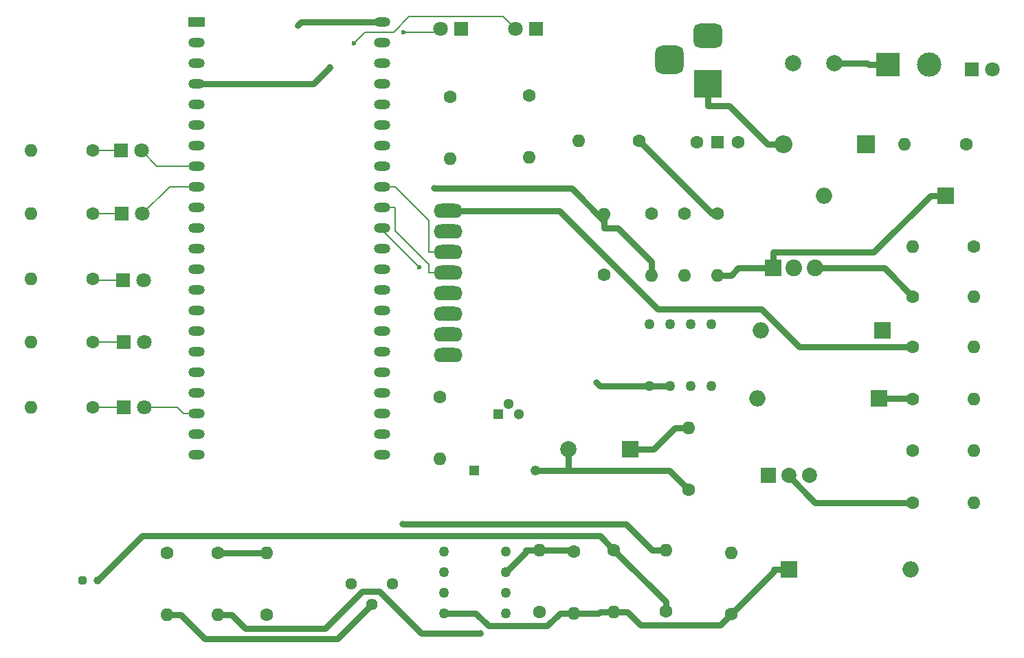
<source format=gbr>
%TF.GenerationSoftware,KiCad,Pcbnew,8.0.5*%
%TF.CreationDate,2024-12-14T11:54:29+02:00*%
%TF.ProjectId,embedded_system_project,656d6265-6464-4656-945f-73797374656d,rev?*%
%TF.SameCoordinates,Original*%
%TF.FileFunction,Copper,L1,Top*%
%TF.FilePolarity,Positive*%
%FSLAX46Y46*%
G04 Gerber Fmt 4.6, Leading zero omitted, Abs format (unit mm)*
G04 Created by KiCad (PCBNEW 8.0.5) date 2024-12-14 11:54:29*
%MOMM*%
%LPD*%
G01*
G04 APERTURE LIST*
G04 Aperture macros list*
%AMRoundRect*
0 Rectangle with rounded corners*
0 $1 Rounding radius*
0 $2 $3 $4 $5 $6 $7 $8 $9 X,Y pos of 4 corners*
0 Add a 4 corners polygon primitive as box body*
4,1,4,$2,$3,$4,$5,$6,$7,$8,$9,$2,$3,0*
0 Add four circle primitives for the rounded corners*
1,1,$1+$1,$2,$3*
1,1,$1+$1,$4,$5*
1,1,$1+$1,$6,$7*
1,1,$1+$1,$8,$9*
0 Add four rect primitives between the rounded corners*
20,1,$1+$1,$2,$3,$4,$5,0*
20,1,$1+$1,$4,$5,$6,$7,0*
20,1,$1+$1,$6,$7,$8,$9,0*
20,1,$1+$1,$8,$9,$2,$3,0*%
G04 Aperture macros list end*
%TA.AperFunction,ComponentPad*%
%ADD10C,1.600000*%
%TD*%
%TA.AperFunction,ComponentPad*%
%ADD11O,1.600000X1.600000*%
%TD*%
%TA.AperFunction,ComponentPad*%
%ADD12R,1.300000X1.300000*%
%TD*%
%TA.AperFunction,ComponentPad*%
%ADD13C,1.300000*%
%TD*%
%TA.AperFunction,ComponentPad*%
%ADD14R,1.800000X1.800000*%
%TD*%
%TA.AperFunction,ComponentPad*%
%ADD15C,1.800000*%
%TD*%
%TA.AperFunction,ComponentPad*%
%ADD16R,1.860000X1.860000*%
%TD*%
%TA.AperFunction,ComponentPad*%
%ADD17C,1.860000*%
%TD*%
%TA.AperFunction,ComponentPad*%
%ADD18C,1.270000*%
%TD*%
%TA.AperFunction,ComponentPad*%
%ADD19R,3.000000X3.000000*%
%TD*%
%TA.AperFunction,ComponentPad*%
%ADD20C,3.000000*%
%TD*%
%TA.AperFunction,ComponentPad*%
%ADD21C,2.000000*%
%TD*%
%TA.AperFunction,ComponentPad*%
%ADD22R,2.000000X2.000000*%
%TD*%
%TA.AperFunction,ComponentPad*%
%ADD23O,2.000000X2.000000*%
%TD*%
%TA.AperFunction,ComponentPad*%
%ADD24C,1.440000*%
%TD*%
%TA.AperFunction,ComponentPad*%
%ADD25R,2.055000X2.055000*%
%TD*%
%TA.AperFunction,ComponentPad*%
%ADD26C,2.055000*%
%TD*%
%TA.AperFunction,ComponentPad*%
%ADD27R,3.500000X3.500000*%
%TD*%
%TA.AperFunction,ComponentPad*%
%ADD28RoundRect,0.750000X-1.000000X0.750000X-1.000000X-0.750000X1.000000X-0.750000X1.000000X0.750000X0*%
%TD*%
%TA.AperFunction,ComponentPad*%
%ADD29RoundRect,0.875000X-0.875000X0.875000X-0.875000X-0.875000X0.875000X-0.875000X0.875000X0.875000X0*%
%TD*%
%TA.AperFunction,ComponentPad*%
%ADD30C,1.238000*%
%TD*%
%TA.AperFunction,ComponentPad*%
%ADD31R,1.238000X1.238000*%
%TD*%
%TA.AperFunction,ComponentPad*%
%ADD32O,3.556000X1.778000*%
%TD*%
%TA.AperFunction,ComponentPad*%
%ADD33R,2.200000X2.200000*%
%TD*%
%TA.AperFunction,ComponentPad*%
%ADD34O,2.200000X2.200000*%
%TD*%
%TA.AperFunction,ComponentPad*%
%ADD35RoundRect,0.250000X-0.250000X-0.250000X0.250000X-0.250000X0.250000X0.250000X-0.250000X0.250000X0*%
%TD*%
%TA.AperFunction,ComponentPad*%
%ADD36C,1.000000*%
%TD*%
%TA.AperFunction,ComponentPad*%
%ADD37R,2.000000X1.200000*%
%TD*%
%TA.AperFunction,ComponentPad*%
%ADD38O,2.000000X1.200000*%
%TD*%
%TA.AperFunction,ComponentPad*%
%ADD39R,1.500000X1.500000*%
%TD*%
%TA.AperFunction,ViaPad*%
%ADD40C,0.600000*%
%TD*%
%TA.AperFunction,ViaPad*%
%ADD41C,0.800000*%
%TD*%
%TA.AperFunction,Conductor*%
%ADD42C,0.800000*%
%TD*%
%TA.AperFunction,Conductor*%
%ADD43C,0.200000*%
%TD*%
G04 APERTURE END LIST*
D10*
%TO.P,R1,1*%
%TO.N,Net-(LED1-A)*%
X131000000Y-35000000D03*
D11*
%TO.P,R1,2*%
%TO.N,8V5*%
X123380000Y-35000000D03*
%TD*%
D12*
%TO.P,Q1,1,C*%
%TO.N,Net-(1N914-A)*%
X73330000Y-68270000D03*
D13*
%TO.P,Q1,2,B*%
%TO.N,Net-(Q1-B)*%
X74600000Y-67000000D03*
%TO.P,Q1,3,E*%
%TO.N,GND*%
X75870000Y-68270000D03*
%TD*%
D14*
%TO.P,100\u0025LED1,1,K*%
%TO.N,Net-(100\u0025LED1-K)*%
X27200000Y-67400000D03*
D15*
%TO.P,100\u0025LED1,2,A*%
%TO.N,100\u0025LED*%
X29740000Y-67400000D03*
%TD*%
D10*
%TO.P,R17,1*%
%TO.N,Net-(OPAMP2-Pad1)*%
X32550000Y-85390000D03*
D11*
%TO.P,R17,2*%
%TO.N,Net-(OPAMP2A--)*%
X32550000Y-93010000D03*
%TD*%
D10*
%TO.P,R12,1*%
%TO.N,BUZZER*%
X66200000Y-66200000D03*
D11*
%TO.P,R12,2*%
%TO.N,Net-(Q1-B)*%
X66200000Y-73820000D03*
%TD*%
D14*
%TO.P,60\u0025LED1,1,K*%
%TO.N,Net-(60\u0025LED1-K)*%
X27125000Y-51800000D03*
D15*
%TO.P,60\u0025LED1,2,A*%
%TO.N,60\u0025LED*%
X29665000Y-51800000D03*
%TD*%
D10*
%TO.P,C13,1*%
%TO.N,Net-(MK1-+)*%
X94000000Y-92550000D03*
D11*
%TO.P,C13,2*%
%TO.N,Net-(C13-Pad2)*%
X94000000Y-85050000D03*
%TD*%
D10*
%TO.P,R18,1*%
%TO.N,MIC_ADC*%
X38800000Y-85390000D03*
D11*
%TO.P,R18,2*%
%TO.N,Net-(OPAMP2-Pad1)*%
X38800000Y-93010000D03*
%TD*%
D16*
%TO.P,REG2,1,GND*%
%TO.N,GND*%
X106600000Y-75800000D03*
D17*
%TO.P,REG2,2,VO*%
%TO.N,3V3*%
X109140000Y-75800000D03*
%TO.P,REG2,3,VI*%
%TO.N,8V5*%
X111680000Y-75800000D03*
%TD*%
D14*
%TO.P,LED1,1,K*%
%TO.N,GND*%
X131725000Y-25800000D03*
D15*
%TO.P,LED1,2,A*%
%TO.N,Net-(LED1-A)*%
X134265000Y-25800000D03*
%TD*%
D18*
%TO.P,OPAMP2,1*%
%TO.N,Net-(OPAMP2-Pad1)*%
X74270000Y-92820000D03*
%TO.P,OPAMP2,2,-*%
%TO.N,Net-(OPAMP2A--)*%
X74270000Y-90280000D03*
%TO.P,OPAMP2,3,+*%
%TO.N,Net-(OPAMP2A-+)*%
X74270000Y-87740000D03*
%TO.P,OPAMP2,4*%
%TO.N,GND*%
X74270000Y-85200000D03*
%TO.P,OPAMP2,5*%
%TO.N,N/C*%
X66650000Y-85200000D03*
%TO.P,OPAMP2,6*%
X66650000Y-87740000D03*
%TO.P,OPAMP2,7*%
X66650000Y-90280000D03*
%TO.P,OPAMP2,8*%
%TO.N,5V*%
X66650000Y-92820000D03*
%TD*%
D10*
%TO.P,C12,1*%
%TO.N,5V*%
X102060000Y-92910000D03*
D11*
%TO.P,C12,2*%
%TO.N,Net-(1N914-A)*%
X102060000Y-85410000D03*
%TD*%
D10*
%TO.P,R14,1*%
%TO.N,Net-(1N914-A)*%
X96800000Y-77620000D03*
D11*
%TO.P,R14,2*%
%TO.N,5V*%
X96800000Y-70000000D03*
%TD*%
D10*
%TO.P,C9,1*%
%TO.N,3V3*%
X124450000Y-79200000D03*
D11*
%TO.P,C9,2*%
%TO.N,GND*%
X131950000Y-79200000D03*
%TD*%
D19*
%TO.P,BATTERY1,1,Pin_1*%
%TO.N,Net-(BATTERY1-Pin_1)*%
X121400000Y-25200000D03*
D20*
%TO.P,BATTERY1,2,Pin_2*%
%TO.N,GND*%
X126480000Y-25200000D03*
%TD*%
D21*
%TO.P,F1,1*%
%TO.N,Net-(BATTERY1-Pin_1)*%
X114740000Y-25000000D03*
%TO.P,F1,2*%
%TO.N,Net-(SWITCH1-B)*%
X109660000Y-25000000D03*
%TD*%
D22*
%TO.P,C3,1*%
%TO.N,5V*%
X120700000Y-57957500D03*
D23*
%TO.P,C3,2*%
%TO.N,GND*%
X105700000Y-57957500D03*
%TD*%
D14*
%TO.P,DEBUG_LED2,1,K*%
%TO.N,Net-(DEBUG_LED2-K)*%
X78000000Y-20810000D03*
D15*
%TO.P,DEBUG_LED2,2,A*%
%TO.N,DEBUG_LED2*%
X75460000Y-20810000D03*
%TD*%
D22*
%TO.P,C14,1*%
%TO.N,5V*%
X109200000Y-87400000D03*
D23*
%TO.P,C14,2*%
%TO.N,GND*%
X124200000Y-87400000D03*
%TD*%
D10*
%TO.P,C7,1*%
%TO.N,3V3*%
X124450000Y-66400000D03*
D11*
%TO.P,C7,2*%
%TO.N,GND*%
X131950000Y-66400000D03*
%TD*%
D24*
%TO.P,POTENTIOMETER1,1*%
%TO.N,Net-(C13-Pad2)*%
X55260000Y-89215000D03*
%TO.P,POTENTIOMETER1,2*%
%TO.N,Net-(OPAMP2A--)*%
X57800000Y-91755000D03*
%TO.P,POTENTIOMETER1,3*%
%TO.N,GND*%
X60340000Y-89215000D03*
%TD*%
D25*
%TO.P,REG1,1,IN*%
%TO.N,8V5*%
X107250000Y-50262500D03*
D26*
%TO.P,REG1,2,GND*%
%TO.N,GND*%
X109800000Y-50262500D03*
%TO.P,REG1,3,OUT*%
%TO.N,5V*%
X112350000Y-50262500D03*
%TD*%
D22*
%TO.P,BUZZER1,1,+*%
%TO.N,5V*%
X89600000Y-72600000D03*
D21*
%TO.P,BUZZER1,2,-*%
%TO.N,Net-(1N914-A)*%
X82000000Y-72600000D03*
%TD*%
D27*
%TO.P,PWR_IN1,1*%
%TO.N,Net-(D1-A)*%
X99157500Y-27600000D03*
D28*
%TO.P,PWR_IN1,2*%
%TO.N,GND*%
X99157500Y-21600000D03*
D29*
%TO.P,PWR_IN1,3*%
%TO.N,unconnected-(PWR_IN1-Pad3)*%
X94457500Y-24600000D03*
%TD*%
D10*
%TO.P,C8,1*%
%TO.N,3V3*%
X124450000Y-72800000D03*
D11*
%TO.P,C8,2*%
%TO.N,GND*%
X131950000Y-72800000D03*
%TD*%
D10*
%TO.P,C2,1*%
%TO.N,8V5*%
X131950000Y-47600000D03*
D11*
%TO.P,C2,2*%
%TO.N,GND*%
X124450000Y-47600000D03*
%TD*%
D14*
%TO.P,80\u0025LED1,1,K*%
%TO.N,Net-(80\u0025LED1-K)*%
X27200000Y-59400000D03*
D15*
%TO.P,80\u0025LED1,2,A*%
%TO.N,80\u0025LED*%
X29740000Y-59400000D03*
%TD*%
D10*
%TO.P,R4,1*%
%TO.N,Net-(OPAMP1A--)*%
X92230000Y-43550000D03*
D11*
%TO.P,R4,2*%
%TO.N,BattSignal*%
X92230000Y-51170000D03*
%TD*%
D30*
%TO.P,1N914,A*%
%TO.N,Net-(1N914-A)*%
X77948500Y-75270000D03*
D31*
%TO.P,1N914,K*%
%TO.N,5V*%
X70411500Y-75270000D03*
%TD*%
D10*
%TO.P,R6,1*%
%TO.N,Net-(DEBUG_LED2-K)*%
X77200000Y-28990000D03*
D11*
%TO.P,R6,2*%
%TO.N,GND*%
X77200000Y-36610000D03*
%TD*%
D10*
%TO.P,R19,1*%
%TO.N,GND*%
X44800000Y-93010000D03*
D11*
%TO.P,R19,2*%
%TO.N,MIC_ADC*%
X44800000Y-85390000D03*
%TD*%
D10*
%TO.P,R13,1*%
%TO.N,Net-(MK1-+)*%
X87600000Y-85040000D03*
D11*
%TO.P,R13,2*%
%TO.N,5V*%
X87600000Y-92660000D03*
%TD*%
D10*
%TO.P,R16,1*%
%TO.N,Net-(OPAMP2A-+)*%
X82650000Y-85190000D03*
D11*
%TO.P,R16,2*%
%TO.N,5V*%
X82650000Y-92810000D03*
%TD*%
D10*
%TO.P,R8,1*%
%TO.N,Net-(80\u0025LED1-K)*%
X23410000Y-59400000D03*
D11*
%TO.P,R8,2*%
%TO.N,GND*%
X15790000Y-59400000D03*
%TD*%
D10*
%TO.P,R9,1*%
%TO.N,Net-(60\u0025LED1-K)*%
X23400000Y-51600000D03*
D11*
%TO.P,R9,2*%
%TO.N,GND*%
X15780000Y-51600000D03*
%TD*%
D10*
%TO.P,R2,1*%
%TO.N,Net-(OPAMP1A-+)*%
X100330000Y-43550000D03*
D11*
%TO.P,R2,2*%
%TO.N,8V5*%
X100330000Y-51170000D03*
%TD*%
D10*
%TO.P,C5,1*%
%TO.N,3V3*%
X124450000Y-60000000D03*
D11*
%TO.P,C5,2*%
%TO.N,GND*%
X131950000Y-60000000D03*
%TD*%
D10*
%TO.P,R10,1*%
%TO.N,Net-(40\u0025LED1-K)*%
X23410000Y-43600000D03*
D11*
%TO.P,R10,2*%
%TO.N,GND*%
X15790000Y-43600000D03*
%TD*%
D10*
%TO.P,R7,1*%
%TO.N,Net-(100\u0025LED1-K)*%
X23400000Y-67400000D03*
D11*
%TO.P,R7,2*%
%TO.N,GND*%
X15780000Y-67400000D03*
%TD*%
D32*
%TO.P,GYRO1,ADO,ADO*%
%TO.N,GND*%
X67202500Y-58467500D03*
%TO.P,GYRO1,GND,GND*%
X67202500Y-45767500D03*
%TO.P,GYRO1,INT,INT*%
%TO.N,MPU_INT*%
X67202500Y-61007500D03*
%TO.P,GYRO1,SCL,SCL*%
%TO.N,MPU_SCL*%
X67202500Y-48307500D03*
%TO.P,GYRO1,SDA,SDA*%
%TO.N,MPU_SDA*%
X67202500Y-50847500D03*
%TO.P,GYRO1,VCC,VCC*%
%TO.N,3V3*%
X67202500Y-43227500D03*
%TO.P,GYRO1,XCL,XCL*%
%TO.N,GND*%
X67202500Y-55927500D03*
%TO.P,GYRO1,XDA,XDA*%
X67202500Y-53387500D03*
%TD*%
D33*
%TO.P,D1,1,K*%
%TO.N,Net-(BATTERY1-Pin_1)*%
X118680000Y-35000000D03*
D34*
%TO.P,D1,2,A*%
%TO.N,Net-(D1-A)*%
X108520000Y-35000000D03*
%TD*%
D35*
%TO.P,MK1,1,-*%
%TO.N,GND*%
X22092500Y-88815000D03*
D36*
%TO.P,MK1,2,+*%
%TO.N,Net-(MK1-+)*%
X23992500Y-88815000D03*
%TD*%
D37*
%TO.P,MCU1,1,3V3*%
%TO.N,3V3*%
X36170000Y-19907900D03*
D38*
%TO.P,MCU1,2,3V3*%
X36170000Y-22447900D03*
%TO.P,MCU1,3,CHIP_PU*%
%TO.N,unconnected-(MCU1-CHIP_PU-Pad3)*%
X36170000Y-24987900D03*
%TO.P,MCU1,4,GPIO4/ADC1_CH3*%
%TO.N,BattSignal*%
X36170000Y-27527900D03*
%TO.P,MCU1,5,GPIO5/ADC1_CH4*%
%TO.N,unconnected-(MCU1-GPIO5{slash}ADC1_CH4-Pad5)*%
X36170000Y-30067900D03*
%TO.P,MCU1,6,GPIO6/ADC1_CH5*%
%TO.N,unconnected-(MCU1-GPIO6{slash}ADC1_CH5-Pad6)*%
X36170000Y-32607900D03*
%TO.P,MCU1,7,GPIO7/ADC1_CH6*%
%TO.N,unconnected-(MCU1-GPIO7{slash}ADC1_CH6-Pad7)*%
X36170000Y-35147900D03*
%TO.P,MCU1,8,GPIO15/ADC2_CH4/32K_P*%
%TO.N,20\u0025LED*%
X36170000Y-37687900D03*
%TO.P,MCU1,9,GPIO16/ADC2_CH5/32K_N*%
%TO.N,40\u0025LED*%
X36170000Y-40227900D03*
%TO.P,MCU1,10,GPIO17/ADC2_CH6*%
%TO.N,60\u0025LED*%
X36170000Y-42767900D03*
%TO.P,MCU1,11,GPIO18/ADC2_CH7*%
%TO.N,80\u0025LED*%
X36170000Y-45307900D03*
%TO.P,MCU1,12,GPIO8/ADC1_CH7*%
%TO.N,unconnected-(MCU1-GPIO8{slash}ADC1_CH7-Pad12)*%
X36170000Y-47847900D03*
%TO.P,MCU1,13,GPIO3/ADC1_CH2*%
%TO.N,unconnected-(MCU1-GPIO3{slash}ADC1_CH2-Pad13)*%
X36170000Y-50387900D03*
%TO.P,MCU1,14,GPIO46*%
%TO.N,unconnected-(MCU1-GPIO46-Pad14)*%
X36170000Y-52927900D03*
%TO.P,MCU1,15,GPIO9/ADC1_CH8*%
%TO.N,MIC_ADC*%
X36170000Y-55467900D03*
%TO.P,MCU1,16,GPIO10/ADC1_CH9*%
%TO.N,unconnected-(MCU1-GPIO10{slash}ADC1_CH9-Pad16)*%
X36170000Y-58007900D03*
%TO.P,MCU1,17,GPIO11/ADC2_CH0*%
%TO.N,unconnected-(MCU1-GPIO11{slash}ADC2_CH0-Pad17)*%
X36170000Y-60547900D03*
%TO.P,MCU1,18,GPIO12/ADC2_CH1*%
%TO.N,unconnected-(MCU1-GPIO12{slash}ADC2_CH1-Pad18)*%
X36170000Y-63087900D03*
%TO.P,MCU1,19,GPIO13/ADC2_CH2*%
%TO.N,unconnected-(MCU1-GPIO13{slash}ADC2_CH2-Pad19)*%
X36170000Y-65627900D03*
%TO.P,MCU1,20,GPIO14/ADC2_CH3*%
%TO.N,100\u0025LED*%
X36166320Y-68165180D03*
%TO.P,MCU1,21,5V*%
%TO.N,unconnected-(MCU1-5V-Pad21)*%
X36166320Y-70705180D03*
%TO.P,MCU1,22,GND*%
%TO.N,GND*%
X36166320Y-73245180D03*
%TO.P,MCU1,23,GND*%
X59030000Y-73247900D03*
%TO.P,MCU1,24,GND*%
X59030000Y-70707900D03*
%TO.P,MCU1,25,GPIO19/USB_D-*%
%TO.N,unconnected-(MCU1-GPIO19{slash}USB_D--Pad25)*%
X59030000Y-68167900D03*
%TO.P,MCU1,26,GPIO20/USB_D+*%
%TO.N,unconnected-(MCU1-GPIO20{slash}USB_D+-Pad26)*%
X59030000Y-65627900D03*
%TO.P,MCU1,27,GPIO21*%
%TO.N,unconnected-(MCU1-GPIO21-Pad27)*%
X59030000Y-63087900D03*
%TO.P,MCU1,28,GPIO47*%
%TO.N,unconnected-(MCU1-GPIO47-Pad28)*%
X59030000Y-60547900D03*
%TO.P,MCU1,29,GPIO48*%
%TO.N,unconnected-(MCU1-GPIO48-Pad29)*%
X59030000Y-58007900D03*
%TO.P,MCU1,30,GPIO45*%
%TO.N,unconnected-(MCU1-GPIO45-Pad30)*%
X59030000Y-55467900D03*
%TO.P,MCU1,31,GPIO0*%
%TO.N,unconnected-(MCU1-GPIO0-Pad31)*%
X59030000Y-52927900D03*
%TO.P,MCU1,32,GPIO35*%
%TO.N,DEBUG_LED2*%
X59030000Y-50387900D03*
%TO.P,MCU1,33,GPIO36*%
%TO.N,DEBUG_LED1*%
X59030000Y-47847900D03*
%TO.P,MCU1,34,GPIO37*%
%TO.N,MPU_INT*%
X59030000Y-45307900D03*
%TO.P,MCU1,35,GPIO38*%
%TO.N,MPU_SDA*%
X59030000Y-42767900D03*
%TO.P,MCU1,36,GPIO39/MTCK*%
%TO.N,MPU_SCL*%
X59030000Y-40227900D03*
%TO.P,MCU1,37,GPIO40/MTDO*%
%TO.N,BUZZER*%
X59030000Y-37687900D03*
%TO.P,MCU1,38,GPIO41/MTDI*%
%TO.N,unconnected-(MCU1-GPIO41{slash}MTDI-Pad38)*%
X59030000Y-35147900D03*
%TO.P,MCU1,39,GPIO42/MTMS*%
%TO.N,unconnected-(MCU1-GPIO42{slash}MTMS-Pad39)*%
X59030000Y-32607900D03*
%TO.P,MCU1,40,GPIO2/ADC1_CH1*%
%TO.N,unconnected-(MCU1-GPIO2{slash}ADC1_CH1-Pad40)*%
X59030000Y-30067900D03*
%TO.P,MCU1,41,GPIO1/ADC1_CH0*%
%TO.N,unconnected-(MCU1-GPIO1{slash}ADC1_CH0-Pad41)*%
X59030000Y-27527900D03*
%TO.P,MCU1,42,GPIO44/U0RXD*%
%TO.N,unconnected-(MCU1-GPIO44{slash}U0RXD-Pad42)*%
X59030000Y-24987900D03*
%TO.P,MCU1,43,GPIO43/U0TXD*%
%TO.N,unconnected-(MCU1-GPIO43{slash}U0TXD-Pad43)*%
X59030000Y-22447900D03*
%TO.P,MCU1,44,GND*%
%TO.N,GND*%
X59030000Y-19907900D03*
%TD*%
D10*
%TO.P,C4,1*%
%TO.N,5V*%
X124450000Y-53800000D03*
D11*
%TO.P,C4,2*%
%TO.N,GND*%
X131950000Y-53800000D03*
%TD*%
D39*
%TO.P,SWITCH1,1,C*%
%TO.N,unconnected-(SWITCH1-C-Pad1)*%
X100340000Y-34800000D03*
D10*
%TO.P,SWITCH1,2,B*%
%TO.N,Net-(SWITCH1-B)*%
X102880000Y-34800000D03*
%TO.P,SWITCH1,3,A*%
%TO.N,8V5*%
X97800000Y-34800000D03*
%TD*%
D14*
%TO.P,DEBUG_LED1,1,K*%
%TO.N,Net-(DEBUG_LED1-K)*%
X68800000Y-20800000D03*
D15*
%TO.P,DEBUG_LED1,2,A*%
%TO.N,DEBUG_LED1*%
X66260000Y-20800000D03*
%TD*%
D22*
%TO.P,C1,1*%
%TO.N,8V5*%
X128500000Y-41357500D03*
D23*
%TO.P,C1,2*%
%TO.N,GND*%
X113500000Y-41357500D03*
%TD*%
D10*
%TO.P,R5,1*%
%TO.N,Net-(DEBUG_LED1-K)*%
X67460000Y-29180000D03*
D11*
%TO.P,R5,2*%
%TO.N,GND*%
X67460000Y-36800000D03*
%TD*%
D22*
%TO.P,C6,1*%
%TO.N,3V3*%
X120300000Y-66357500D03*
D23*
%TO.P,C6,2*%
%TO.N,GND*%
X105300000Y-66357500D03*
%TD*%
D10*
%TO.P,C10,1*%
%TO.N,Net-(OPAMP1A-+)*%
X90750000Y-34620000D03*
D11*
%TO.P,C10,2*%
%TO.N,GND*%
X83250000Y-34620000D03*
%TD*%
D14*
%TO.P,20\u0025LED1,1,K*%
%TO.N,Net-(20\u0025LED1-K)*%
X26860000Y-35800000D03*
D15*
%TO.P,20\u0025LED1,2,A*%
%TO.N,20\u0025LED*%
X29400000Y-35800000D03*
%TD*%
D10*
%TO.P,R15,1*%
%TO.N,GND*%
X78400000Y-92660000D03*
D11*
%TO.P,R15,2*%
%TO.N,Net-(OPAMP2A-+)*%
X78400000Y-85040000D03*
%TD*%
D10*
%TO.P,C11,1*%
%TO.N,GND*%
X86400000Y-51120000D03*
D11*
%TO.P,C11,2*%
%TO.N,BattSignal*%
X86400000Y-43620000D03*
%TD*%
D10*
%TO.P,R11,1*%
%TO.N,Net-(20\u0025LED1-K)*%
X23400000Y-35800000D03*
D11*
%TO.P,R11,2*%
%TO.N,GND*%
X15780000Y-35800000D03*
%TD*%
D18*
%TO.P,OPAMP1,1*%
%TO.N,Net-(OPAMP1A--)*%
X91980000Y-64820000D03*
%TO.P,OPAMP1,2,-*%
X94520000Y-64820000D03*
%TO.P,OPAMP1,3,+*%
%TO.N,Net-(OPAMP1A-+)*%
X97060000Y-64820000D03*
%TO.P,OPAMP1,4*%
%TO.N,GND*%
X99600000Y-64820000D03*
%TO.P,OPAMP1,5*%
%TO.N,N/C*%
X99600000Y-57200000D03*
%TO.P,OPAMP1,6*%
X97060000Y-57200000D03*
%TO.P,OPAMP1,7*%
X94520000Y-57200000D03*
%TO.P,OPAMP1,8*%
%TO.N,5V*%
X91980000Y-57200000D03*
%TD*%
D14*
%TO.P,40\u0025LED1,1,K*%
%TO.N,Net-(40\u0025LED1-K)*%
X27000000Y-43600000D03*
D15*
%TO.P,40\u0025LED1,2,A*%
%TO.N,40\u0025LED*%
X29540000Y-43600000D03*
%TD*%
D10*
%TO.P,R3,1*%
%TO.N,GND*%
X96280000Y-43550000D03*
D11*
%TO.P,R3,2*%
%TO.N,Net-(OPAMP1A-+)*%
X96280000Y-51170000D03*
%TD*%
D40*
%TO.N,GND*%
X48600000Y-20400000D03*
D41*
%TO.N,Net-(OPAMP1A--)*%
X85452100Y-64357500D03*
%TO.N,Net-(OPAMP2-Pad1)*%
X71191200Y-95257500D03*
D40*
%TO.N,DEBUG_LED2*%
X55594100Y-22549300D03*
%TO.N,DEBUG_LED1*%
X61679500Y-21222500D03*
%TO.N,MPU_INT*%
X63633400Y-50172700D03*
D41*
%TO.N,Net-(C13-Pad2)*%
X61565700Y-81844300D03*
%TO.N,BattSignal*%
X65488600Y-40467100D03*
X52608300Y-25535600D03*
%TD*%
D42*
%TO.N,GND*%
X59030000Y-19907900D02*
X49092100Y-19907900D01*
X49092100Y-19907900D02*
X48600000Y-20400000D01*
%TO.N,Net-(OPAMP1A--)*%
X94520000Y-64820000D02*
X91980000Y-64820000D01*
X85914600Y-64820000D02*
X85452100Y-64357500D01*
X91980000Y-64820000D02*
X85914600Y-64820000D01*
%TO.N,Net-(1N914-A)*%
X82000000Y-75270000D02*
X82000000Y-72600000D01*
X94450000Y-75270000D02*
X82000000Y-75270000D01*
X96800000Y-77620000D02*
X94450000Y-75270000D01*
X82000000Y-75270000D02*
X77948500Y-75270000D01*
%TO.N,Net-(OPAMP2A--)*%
X32550000Y-93010000D02*
X34241700Y-93010000D01*
X53544100Y-96010900D02*
X57800000Y-91755000D01*
X37242600Y-96010900D02*
X53544100Y-96010900D01*
X34241700Y-93010000D02*
X37242600Y-96010900D01*
%TO.N,Net-(OPAMP2-Pad1)*%
X42200900Y-94719200D02*
X40491700Y-93010000D01*
X52035100Y-94719200D02*
X42200900Y-94719200D01*
X56611500Y-90142800D02*
X52035100Y-94719200D01*
X58727800Y-90142800D02*
X56611500Y-90142800D01*
X63842500Y-95257500D02*
X58727800Y-90142800D01*
X71191200Y-95257500D02*
X63842500Y-95257500D01*
X38800000Y-93010000D02*
X40491700Y-93010000D01*
%TO.N,Net-(OPAMP2A-+)*%
X82500000Y-85040000D02*
X82650000Y-85190000D01*
X78400000Y-85040000D02*
X82500000Y-85040000D01*
X76708300Y-85301700D02*
X76708300Y-85040000D01*
X74270000Y-87740000D02*
X76708300Y-85301700D01*
X78400000Y-85040000D02*
X76708300Y-85040000D01*
%TO.N,MIC_ADC*%
X44800000Y-85390000D02*
X38800000Y-85390000D01*
D43*
%TO.N,20\u0025LED*%
X31287900Y-37687900D02*
X29400000Y-35800000D01*
X36170000Y-37687900D02*
X31287900Y-37687900D01*
%TO.N,40\u0025LED*%
X32912100Y-40227900D02*
X29540000Y-43600000D01*
X36170000Y-40227900D02*
X32912100Y-40227900D01*
%TO.N,Net-(100\u0025LED1-K)*%
X27200000Y-67400000D02*
X23400000Y-67400000D01*
%TO.N,Net-(80\u0025LED1-K)*%
X27200000Y-59400000D02*
X23410000Y-59400000D01*
%TO.N,100\u0025LED*%
X33809400Y-67400000D02*
X29740000Y-67400000D01*
X34574600Y-68165200D02*
X33809400Y-67400000D01*
X36166300Y-68165200D02*
X34574600Y-68165200D01*
%TO.N,Net-(60\u0025LED1-K)*%
X23600000Y-51800000D02*
X23400000Y-51600000D01*
X27125000Y-51800000D02*
X23600000Y-51800000D01*
%TO.N,DEBUG_LED2*%
X56965500Y-21177900D02*
X55594100Y-22549300D01*
X60463200Y-21177900D02*
X56965500Y-21177900D01*
X62375900Y-19265200D02*
X60463200Y-21177900D01*
X73915200Y-19265200D02*
X62375900Y-19265200D01*
X75460000Y-20810000D02*
X73915200Y-19265200D01*
%TO.N,Net-(40\u0025LED1-K)*%
X27000000Y-43600000D02*
X23410000Y-43600000D01*
%TO.N,DEBUG_LED1*%
X65837500Y-21222500D02*
X66260000Y-20800000D01*
X61679500Y-21222500D02*
X65837500Y-21222500D01*
%TO.N,Net-(20\u0025LED1-K)*%
X26860000Y-35800000D02*
X23400000Y-35800000D01*
%TO.N,MPU_INT*%
X59030000Y-45569300D02*
X63633400Y-50172700D01*
X59030000Y-45307900D02*
X59030000Y-45569300D01*
%TO.N,MPU_SDA*%
X59030000Y-42767900D02*
X60621700Y-42767900D01*
X67202500Y-50847500D02*
X64832800Y-50847500D01*
X60621700Y-45658200D02*
X60621700Y-42767900D01*
X64832800Y-49869300D02*
X60621700Y-45658200D01*
X64832800Y-50847500D02*
X64832800Y-49869300D01*
%TO.N,MPU_SCL*%
X59030000Y-40227900D02*
X60621700Y-40227900D01*
X67202500Y-48307500D02*
X64832800Y-48307500D01*
X64832800Y-44439000D02*
X60621700Y-40227900D01*
X64832800Y-48307500D02*
X64832800Y-44439000D01*
D42*
%TO.N,Net-(BATTERY1-Pin_1)*%
X118808300Y-25000000D02*
X119008300Y-25200000D01*
X114740000Y-25000000D02*
X118808300Y-25000000D01*
X121400000Y-25200000D02*
X119008300Y-25200000D01*
%TO.N,Net-(D1-A)*%
X101770000Y-30241700D02*
X99157500Y-30241700D01*
X106528300Y-35000000D02*
X101770000Y-30241700D01*
X108520000Y-35000000D02*
X106528300Y-35000000D01*
X99157500Y-27600000D02*
X99157500Y-30241700D01*
%TO.N,Net-(MK1-+)*%
X85866500Y-83306500D02*
X87600000Y-85040000D01*
X29501000Y-83306500D02*
X85866500Y-83306500D01*
X23992500Y-88815000D02*
X29501000Y-83306500D01*
X94000000Y-91440000D02*
X87600000Y-85040000D01*
X94000000Y-92550000D02*
X94000000Y-91440000D01*
%TO.N,Net-(C13-Pad2)*%
X89102600Y-81844300D02*
X92308300Y-85050000D01*
X61565700Y-81844300D02*
X89102600Y-81844300D01*
X94000000Y-85050000D02*
X92308300Y-85050000D01*
%TO.N,BattSignal*%
X88063400Y-45311700D02*
X92230000Y-49478300D01*
X86400000Y-45311700D02*
X88063400Y-45311700D01*
X92230000Y-51170000D02*
X92230000Y-49478300D01*
X86400000Y-43620000D02*
X86400000Y-44465800D01*
X86400000Y-44465800D02*
X86400000Y-45311700D01*
X82401300Y-40467100D02*
X65488600Y-40467100D01*
X86400000Y-44465800D02*
X82401300Y-40467100D01*
X50616000Y-27527900D02*
X36170000Y-27527900D01*
X52608300Y-25535600D02*
X50616000Y-27527900D01*
%TO.N,Net-(OPAMP1A-+)*%
X99680000Y-43550000D02*
X100330000Y-43550000D01*
X90750000Y-34620000D02*
X99680000Y-43550000D01*
%TO.N,3V3*%
X110453100Y-60000000D02*
X124450000Y-60000000D01*
X105748400Y-55295300D02*
X110453100Y-60000000D01*
X92999400Y-55295300D02*
X105748400Y-55295300D01*
X80931600Y-43227500D02*
X92999400Y-55295300D01*
X67202500Y-43227500D02*
X80931600Y-43227500D01*
X124407500Y-66357500D02*
X124450000Y-66400000D01*
X120300000Y-66357500D02*
X124407500Y-66357500D01*
X109140000Y-75930700D02*
X109140000Y-75800000D01*
X112409300Y-79200000D02*
X109140000Y-75930700D01*
X124450000Y-79200000D02*
X112409300Y-79200000D01*
%TO.N,8V5*%
X100330000Y-51170000D02*
X102021700Y-51170000D01*
X102929200Y-50262500D02*
X102021700Y-51170000D01*
X107250000Y-50262500D02*
X102929200Y-50262500D01*
X128500000Y-41357500D02*
X126608300Y-41357500D01*
X119622500Y-48343300D02*
X126608300Y-41357500D01*
X107250000Y-48343300D02*
X119622500Y-48343300D01*
X107250000Y-50262500D02*
X107250000Y-48343300D01*
%TO.N,5V*%
X92508300Y-72600000D02*
X95108300Y-70000000D01*
X89600000Y-72600000D02*
X92508300Y-72600000D01*
X96800000Y-70000000D02*
X95108300Y-70000000D01*
X120912500Y-50262500D02*
X124450000Y-53800000D01*
X112350000Y-50262500D02*
X120912500Y-50262500D01*
X109200000Y-87400000D02*
X107308300Y-87400000D01*
X70580500Y-92820000D02*
X66650000Y-92820000D01*
X72161800Y-94401300D02*
X70580500Y-92820000D01*
X79367000Y-94401300D02*
X72161800Y-94401300D01*
X80958300Y-92810000D02*
X79367000Y-94401300D01*
X107308300Y-87661700D02*
X102060000Y-92910000D01*
X107308300Y-87400000D02*
X107308300Y-87661700D01*
X90915100Y-94283400D02*
X89291700Y-92660000D01*
X100686600Y-94283400D02*
X90915100Y-94283400D01*
X102060000Y-92910000D02*
X100686600Y-94283400D01*
X87600000Y-92660000D02*
X89291700Y-92660000D01*
X81804200Y-92810000D02*
X80958300Y-92810000D01*
X81804200Y-92810000D02*
X82650000Y-92810000D01*
X85758300Y-92810000D02*
X85908300Y-92660000D01*
X82650000Y-92810000D02*
X85758300Y-92810000D01*
X87600000Y-92660000D02*
X85908300Y-92660000D01*
%TD*%
M02*

</source>
